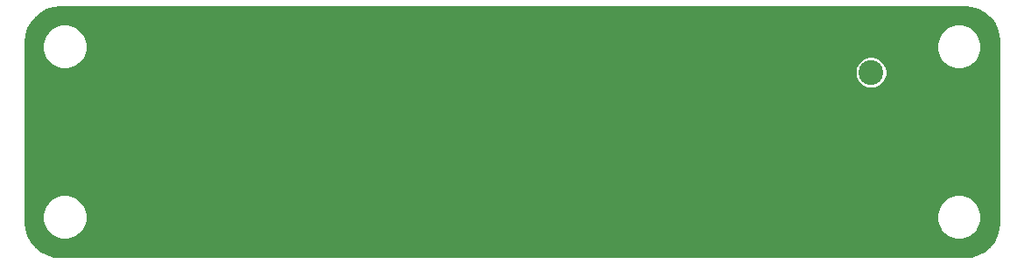
<source format=gbr>
G04 #@! TF.GenerationSoftware,KiCad,Pcbnew,5.1.8-db9833491~87~ubuntu20.04.1*
G04 #@! TF.CreationDate,2020-12-10T20:17:47-08:00*
G04 #@! TF.ProjectId,casing,63617369-6e67-42e6-9b69-6361645f7063,rev?*
G04 #@! TF.SameCoordinates,Original*
G04 #@! TF.FileFunction,Copper,L2,Bot*
G04 #@! TF.FilePolarity,Positive*
%FSLAX46Y46*%
G04 Gerber Fmt 4.6, Leading zero omitted, Abs format (unit mm)*
G04 Created by KiCad (PCBNEW 5.1.8-db9833491~87~ubuntu20.04.1) date 2020-12-10 20:17:47*
%MOMM*%
%LPD*%
G01*
G04 APERTURE LIST*
G04 #@! TA.AperFunction,ViaPad*
%ADD10C,2.400000*%
G04 #@! TD*
G04 #@! TA.AperFunction,NonConductor*
%ADD11C,0.240000*%
G04 #@! TD*
G04 #@! TA.AperFunction,NonConductor*
%ADD12C,0.100000*%
G04 #@! TD*
G04 APERTURE END LIST*
D10*
X203300000Y-141500000D03*
D11*
X212995726Y-135238845D02*
X213616858Y-135426375D01*
X214189731Y-135730978D01*
X214692537Y-136141057D01*
X215106109Y-136640980D01*
X215414707Y-137211718D01*
X215606568Y-137831525D01*
X215676487Y-138496753D01*
X215676500Y-138500609D01*
X215676501Y-155979276D01*
X215611155Y-156645726D01*
X215423624Y-157266859D01*
X215119022Y-157839732D01*
X214708943Y-158342537D01*
X214209020Y-158756109D01*
X213638283Y-159064706D01*
X213018479Y-159256567D01*
X212353247Y-159326487D01*
X212349391Y-159326500D01*
X124870714Y-159326500D01*
X124204274Y-159261155D01*
X123583141Y-159073624D01*
X123010268Y-158769022D01*
X122507463Y-158358943D01*
X122093891Y-157859020D01*
X121785294Y-157288283D01*
X121593433Y-156668479D01*
X121530364Y-156068428D01*
X121535000Y-156021362D01*
X121535000Y-155283872D01*
X123105618Y-155283872D01*
X123105618Y-155716128D01*
X123189947Y-156140078D01*
X123355364Y-156539430D01*
X123595512Y-156898837D01*
X123901163Y-157204488D01*
X124260570Y-157444636D01*
X124659922Y-157610053D01*
X125083872Y-157694382D01*
X125516128Y-157694382D01*
X125940078Y-157610053D01*
X126339430Y-157444636D01*
X126698837Y-157204488D01*
X127004488Y-156898837D01*
X127244636Y-156539430D01*
X127410053Y-156140078D01*
X127494382Y-155716128D01*
X127494382Y-155283872D01*
X209605618Y-155283872D01*
X209605618Y-155716128D01*
X209689947Y-156140078D01*
X209855364Y-156539430D01*
X210095512Y-156898837D01*
X210401163Y-157204488D01*
X210760570Y-157444636D01*
X211159922Y-157610053D01*
X211583872Y-157694382D01*
X212016128Y-157694382D01*
X212440078Y-157610053D01*
X212839430Y-157444636D01*
X213198837Y-157204488D01*
X213504488Y-156898837D01*
X213744636Y-156539430D01*
X213910053Y-156140078D01*
X213994382Y-155716128D01*
X213994382Y-155283872D01*
X213910053Y-154859922D01*
X213744636Y-154460570D01*
X213504488Y-154101163D01*
X213198837Y-153795512D01*
X212839430Y-153555364D01*
X212440078Y-153389947D01*
X212016128Y-153305618D01*
X211583872Y-153305618D01*
X211159922Y-153389947D01*
X210760570Y-153555364D01*
X210401163Y-153795512D01*
X210095512Y-154101163D01*
X209855364Y-154460570D01*
X209689947Y-154859922D01*
X209605618Y-155283872D01*
X127494382Y-155283872D01*
X127410053Y-154859922D01*
X127244636Y-154460570D01*
X127004488Y-154101163D01*
X126698837Y-153795512D01*
X126339430Y-153555364D01*
X125940078Y-153389947D01*
X125516128Y-153305618D01*
X125083872Y-153305618D01*
X124659922Y-153389947D01*
X124260570Y-153555364D01*
X123901163Y-153795512D01*
X123595512Y-154101163D01*
X123355364Y-154460570D01*
X123189947Y-154859922D01*
X123105618Y-155283872D01*
X121535000Y-155283872D01*
X121535000Y-141346353D01*
X201740000Y-141346353D01*
X201740000Y-141653647D01*
X201799950Y-141955035D01*
X201917546Y-142238937D01*
X202088269Y-142494442D01*
X202305558Y-142711731D01*
X202561063Y-142882454D01*
X202844965Y-143000050D01*
X203146353Y-143060000D01*
X203453647Y-143060000D01*
X203755035Y-143000050D01*
X204038937Y-142882454D01*
X204294442Y-142711731D01*
X204511731Y-142494442D01*
X204682454Y-142238937D01*
X204800050Y-141955035D01*
X204860000Y-141653647D01*
X204860000Y-141346353D01*
X204800050Y-141044965D01*
X204682454Y-140761063D01*
X204511731Y-140505558D01*
X204294442Y-140288269D01*
X204038937Y-140117546D01*
X203755035Y-139999950D01*
X203453647Y-139940000D01*
X203146353Y-139940000D01*
X202844965Y-139999950D01*
X202561063Y-140117546D01*
X202305558Y-140288269D01*
X202088269Y-140505558D01*
X201917546Y-140761063D01*
X201799950Y-141044965D01*
X201740000Y-141346353D01*
X121535000Y-141346353D01*
X121535000Y-138783872D01*
X123105618Y-138783872D01*
X123105618Y-139216128D01*
X123189947Y-139640078D01*
X123355364Y-140039430D01*
X123595512Y-140398837D01*
X123901163Y-140704488D01*
X124260570Y-140944636D01*
X124659922Y-141110053D01*
X125083872Y-141194382D01*
X125516128Y-141194382D01*
X125940078Y-141110053D01*
X126339430Y-140944636D01*
X126698837Y-140704488D01*
X127004488Y-140398837D01*
X127244636Y-140039430D01*
X127410053Y-139640078D01*
X127494382Y-139216128D01*
X127494382Y-138783872D01*
X209605618Y-138783872D01*
X209605618Y-139216128D01*
X209689947Y-139640078D01*
X209855364Y-140039430D01*
X210095512Y-140398837D01*
X210401163Y-140704488D01*
X210760570Y-140944636D01*
X211159922Y-141110053D01*
X211583872Y-141194382D01*
X212016128Y-141194382D01*
X212440078Y-141110053D01*
X212839430Y-140944636D01*
X213198837Y-140704488D01*
X213504488Y-140398837D01*
X213744636Y-140039430D01*
X213910053Y-139640078D01*
X213994382Y-139216128D01*
X213994382Y-138783872D01*
X213910053Y-138359922D01*
X213744636Y-137960570D01*
X213504488Y-137601163D01*
X213198837Y-137295512D01*
X212839430Y-137055364D01*
X212440078Y-136889947D01*
X212016128Y-136805618D01*
X211583872Y-136805618D01*
X211159922Y-136889947D01*
X210760570Y-137055364D01*
X210401163Y-137295512D01*
X210095512Y-137601163D01*
X209855364Y-137960570D01*
X209689947Y-138359922D01*
X209605618Y-138783872D01*
X127494382Y-138783872D01*
X127410053Y-138359922D01*
X127244636Y-137960570D01*
X127004488Y-137601163D01*
X126698837Y-137295512D01*
X126339430Y-137055364D01*
X125940078Y-136889947D01*
X125516128Y-136805618D01*
X125083872Y-136805618D01*
X124659922Y-136889947D01*
X124260570Y-137055364D01*
X123901163Y-137295512D01*
X123595512Y-137601163D01*
X123355364Y-137960570D01*
X123189947Y-138359922D01*
X123105618Y-138783872D01*
X121535000Y-138783872D01*
X121535000Y-138478638D01*
X121531304Y-138441118D01*
X121588845Y-137854274D01*
X121776375Y-137233142D01*
X122080978Y-136660269D01*
X122491057Y-136157463D01*
X122990980Y-135743891D01*
X123561718Y-135435293D01*
X124181525Y-135243432D01*
X124846753Y-135173513D01*
X124850609Y-135173500D01*
X212329286Y-135173500D01*
X212995726Y-135238845D01*
G04 #@! TA.AperFunction,NonConductor*
D12*
G36*
X212995726Y-135238845D02*
G01*
X213616858Y-135426375D01*
X214189731Y-135730978D01*
X214692537Y-136141057D01*
X215106109Y-136640980D01*
X215414707Y-137211718D01*
X215606568Y-137831525D01*
X215676487Y-138496753D01*
X215676500Y-138500609D01*
X215676501Y-155979276D01*
X215611155Y-156645726D01*
X215423624Y-157266859D01*
X215119022Y-157839732D01*
X214708943Y-158342537D01*
X214209020Y-158756109D01*
X213638283Y-159064706D01*
X213018479Y-159256567D01*
X212353247Y-159326487D01*
X212349391Y-159326500D01*
X124870714Y-159326500D01*
X124204274Y-159261155D01*
X123583141Y-159073624D01*
X123010268Y-158769022D01*
X122507463Y-158358943D01*
X122093891Y-157859020D01*
X121785294Y-157288283D01*
X121593433Y-156668479D01*
X121530364Y-156068428D01*
X121535000Y-156021362D01*
X121535000Y-155283872D01*
X123105618Y-155283872D01*
X123105618Y-155716128D01*
X123189947Y-156140078D01*
X123355364Y-156539430D01*
X123595512Y-156898837D01*
X123901163Y-157204488D01*
X124260570Y-157444636D01*
X124659922Y-157610053D01*
X125083872Y-157694382D01*
X125516128Y-157694382D01*
X125940078Y-157610053D01*
X126339430Y-157444636D01*
X126698837Y-157204488D01*
X127004488Y-156898837D01*
X127244636Y-156539430D01*
X127410053Y-156140078D01*
X127494382Y-155716128D01*
X127494382Y-155283872D01*
X209605618Y-155283872D01*
X209605618Y-155716128D01*
X209689947Y-156140078D01*
X209855364Y-156539430D01*
X210095512Y-156898837D01*
X210401163Y-157204488D01*
X210760570Y-157444636D01*
X211159922Y-157610053D01*
X211583872Y-157694382D01*
X212016128Y-157694382D01*
X212440078Y-157610053D01*
X212839430Y-157444636D01*
X213198837Y-157204488D01*
X213504488Y-156898837D01*
X213744636Y-156539430D01*
X213910053Y-156140078D01*
X213994382Y-155716128D01*
X213994382Y-155283872D01*
X213910053Y-154859922D01*
X213744636Y-154460570D01*
X213504488Y-154101163D01*
X213198837Y-153795512D01*
X212839430Y-153555364D01*
X212440078Y-153389947D01*
X212016128Y-153305618D01*
X211583872Y-153305618D01*
X211159922Y-153389947D01*
X210760570Y-153555364D01*
X210401163Y-153795512D01*
X210095512Y-154101163D01*
X209855364Y-154460570D01*
X209689947Y-154859922D01*
X209605618Y-155283872D01*
X127494382Y-155283872D01*
X127410053Y-154859922D01*
X127244636Y-154460570D01*
X127004488Y-154101163D01*
X126698837Y-153795512D01*
X126339430Y-153555364D01*
X125940078Y-153389947D01*
X125516128Y-153305618D01*
X125083872Y-153305618D01*
X124659922Y-153389947D01*
X124260570Y-153555364D01*
X123901163Y-153795512D01*
X123595512Y-154101163D01*
X123355364Y-154460570D01*
X123189947Y-154859922D01*
X123105618Y-155283872D01*
X121535000Y-155283872D01*
X121535000Y-141346353D01*
X201740000Y-141346353D01*
X201740000Y-141653647D01*
X201799950Y-141955035D01*
X201917546Y-142238937D01*
X202088269Y-142494442D01*
X202305558Y-142711731D01*
X202561063Y-142882454D01*
X202844965Y-143000050D01*
X203146353Y-143060000D01*
X203453647Y-143060000D01*
X203755035Y-143000050D01*
X204038937Y-142882454D01*
X204294442Y-142711731D01*
X204511731Y-142494442D01*
X204682454Y-142238937D01*
X204800050Y-141955035D01*
X204860000Y-141653647D01*
X204860000Y-141346353D01*
X204800050Y-141044965D01*
X204682454Y-140761063D01*
X204511731Y-140505558D01*
X204294442Y-140288269D01*
X204038937Y-140117546D01*
X203755035Y-139999950D01*
X203453647Y-139940000D01*
X203146353Y-139940000D01*
X202844965Y-139999950D01*
X202561063Y-140117546D01*
X202305558Y-140288269D01*
X202088269Y-140505558D01*
X201917546Y-140761063D01*
X201799950Y-141044965D01*
X201740000Y-141346353D01*
X121535000Y-141346353D01*
X121535000Y-138783872D01*
X123105618Y-138783872D01*
X123105618Y-139216128D01*
X123189947Y-139640078D01*
X123355364Y-140039430D01*
X123595512Y-140398837D01*
X123901163Y-140704488D01*
X124260570Y-140944636D01*
X124659922Y-141110053D01*
X125083872Y-141194382D01*
X125516128Y-141194382D01*
X125940078Y-141110053D01*
X126339430Y-140944636D01*
X126698837Y-140704488D01*
X127004488Y-140398837D01*
X127244636Y-140039430D01*
X127410053Y-139640078D01*
X127494382Y-139216128D01*
X127494382Y-138783872D01*
X209605618Y-138783872D01*
X209605618Y-139216128D01*
X209689947Y-139640078D01*
X209855364Y-140039430D01*
X210095512Y-140398837D01*
X210401163Y-140704488D01*
X210760570Y-140944636D01*
X211159922Y-141110053D01*
X211583872Y-141194382D01*
X212016128Y-141194382D01*
X212440078Y-141110053D01*
X212839430Y-140944636D01*
X213198837Y-140704488D01*
X213504488Y-140398837D01*
X213744636Y-140039430D01*
X213910053Y-139640078D01*
X213994382Y-139216128D01*
X213994382Y-138783872D01*
X213910053Y-138359922D01*
X213744636Y-137960570D01*
X213504488Y-137601163D01*
X213198837Y-137295512D01*
X212839430Y-137055364D01*
X212440078Y-136889947D01*
X212016128Y-136805618D01*
X211583872Y-136805618D01*
X211159922Y-136889947D01*
X210760570Y-137055364D01*
X210401163Y-137295512D01*
X210095512Y-137601163D01*
X209855364Y-137960570D01*
X209689947Y-138359922D01*
X209605618Y-138783872D01*
X127494382Y-138783872D01*
X127410053Y-138359922D01*
X127244636Y-137960570D01*
X127004488Y-137601163D01*
X126698837Y-137295512D01*
X126339430Y-137055364D01*
X125940078Y-136889947D01*
X125516128Y-136805618D01*
X125083872Y-136805618D01*
X124659922Y-136889947D01*
X124260570Y-137055364D01*
X123901163Y-137295512D01*
X123595512Y-137601163D01*
X123355364Y-137960570D01*
X123189947Y-138359922D01*
X123105618Y-138783872D01*
X121535000Y-138783872D01*
X121535000Y-138478638D01*
X121531304Y-138441118D01*
X121588845Y-137854274D01*
X121776375Y-137233142D01*
X122080978Y-136660269D01*
X122491057Y-136157463D01*
X122990980Y-135743891D01*
X123561718Y-135435293D01*
X124181525Y-135243432D01*
X124846753Y-135173513D01*
X124850609Y-135173500D01*
X212329286Y-135173500D01*
X212995726Y-135238845D01*
G37*
G04 #@! TD.AperFunction*
M02*

</source>
